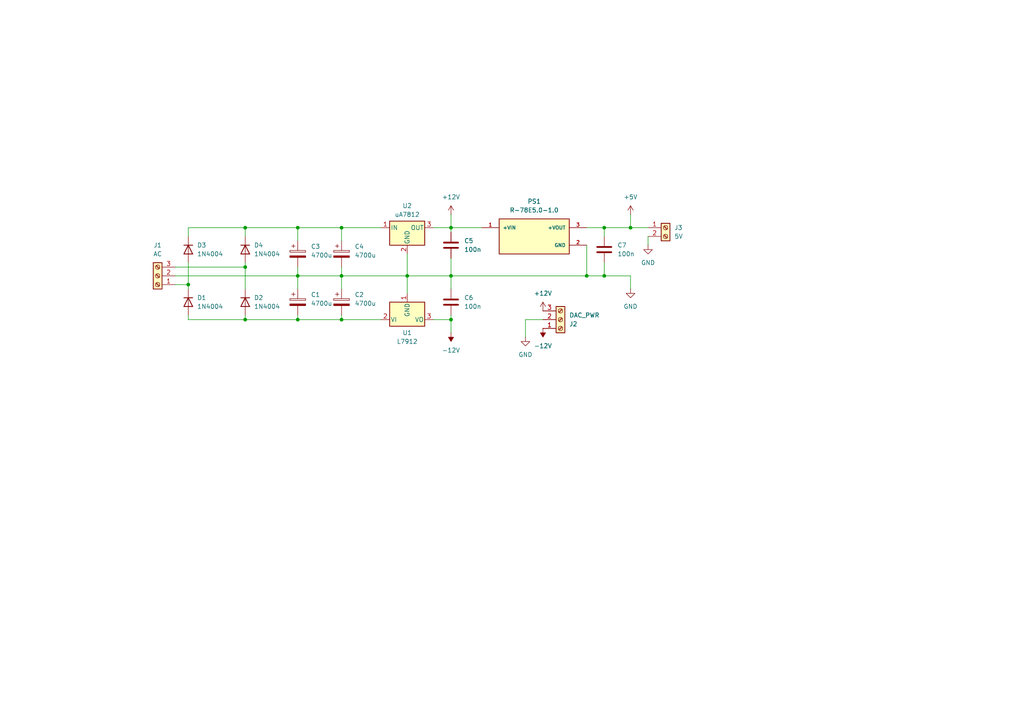
<source format=kicad_sch>
(kicad_sch (version 20250114) (generator "eeschema") (generator_version "9.0")
  (paper "A4")
  (lib_symbols
    (symbol "Connector:Screw_Terminal_01x02" (pin_names (offset 1.016) (hide yes))
      (property "Reference" "J" (at 0 2.54 0))
      (property "Value" "Screw_Terminal_01x02" (at 0 -5.08 0))
      (symbol "Screw_Terminal_01x02_1_1"
        (rectangle (start -1.27 1.27) (end 1.27 -3.81) (stroke (width 0.254)) (fill (type background)))
        (polyline (pts (xy -0.5334 0.3302) (xy 0.3302 -0.508)) (stroke (width 0.1524)))
        (polyline (pts (xy -0.5334 -2.2098) (xy 0.3302 -3.048)) (stroke (width 0.1524)))
        (polyline (pts (xy -0.3556 0.508) (xy 0.508 -0.3302)) (stroke (width 0.1524)))
        (polyline (pts (xy -0.3556 -2.032) (xy 0.508 -2.8702)) (stroke (width 0.1524)))
        (circle (center 0 0) (radius 0.635) (stroke (width 0.1524)))
        (circle (center 0 -2.54) (radius 0.635) (stroke (width 0.1524)))
        (pin passive line (at -5.08 0 0) (length 3.81) (name "Pin_1") (number "1"))
        (pin passive line (at -5.08 -2.54 0) (length 3.81) (name "Pin_2") (number "2"))
      )
    )
    (symbol "Connector:Screw_Terminal_01x03" (pin_names (offset 1.016) (hide yes))
      (property "Reference" "J" (at 0 5.08 0))
      (property "Value" "Screw_Terminal_01x03" (at 0 -5.08 0))
      (symbol "Screw_Terminal_01x03_1_1"
        (rectangle (start -1.27 3.81) (end 1.27 -3.81) (stroke (width 0.254)) (fill (type background)))
        (polyline (pts (xy -0.5334 2.8702) (xy 0.3302 2.032)) (stroke (width 0.1524)))
        (polyline (pts (xy -0.5334 0.3302) (xy 0.3302 -0.508)) (stroke (width 0.1524)))
        (polyline (pts (xy -0.5334 -2.2098) (xy 0.3302 -3.048)) (stroke (width 0.1524)))
        (polyline (pts (xy -0.3556 3.048) (xy 0.508 2.2098)) (stroke (width 0.1524)))
        (polyline (pts (xy -0.3556 0.508) (xy 0.508 -0.3302)) (stroke (width 0.1524)))
        (polyline (pts (xy -0.3556 -2.032) (xy 0.508 -2.8702)) (stroke (width 0.1524)))
        (circle (center 0 2.54) (radius 0.635) (stroke (width 0.1524)))
        (circle (center 0 0) (radius 0.635) (stroke (width 0.1524)))
        (circle (center 0 -2.54) (radius 0.635) (stroke (width 0.1524)))
        (pin passive line (at -5.08 2.54 0) (length 3.81) (name "Pin_1") (number "1"))
        (pin passive line (at -5.08 0 0) (length 3.81) (name "Pin_2") (number "2"))
        (pin passive line (at -5.08 -2.54 0) (length 3.81) (name "Pin_3") (number "3"))
      )
    )
    (symbol "Device:C" (pin_numbers (hide yes)) (pin_names (offset 0.254))
      (property "Reference" "C" (at 0.635 2.54 0))
      (property "Value" "C" (at 0.635 -2.54 0))
      (symbol "C_0_1"
        (polyline (pts (xy -2.032 0.762) (xy 2.032 0.762)) (stroke (width 0.508)))
        (polyline (pts (xy -2.032 -0.762) (xy 2.032 -0.762)) (stroke (width 0.508)))
      )
      (symbol "C_1_1"
        (pin passive line (at 0 3.81 270) (length 2.794) (name "~") (number "1"))
        (pin passive line (at 0 -3.81 90) (length 2.794) (name "~") (number "2"))
      )
    )
    (symbol "Device:C_Polarized" (pin_numbers (hide yes)) (pin_names (offset 0.254))
      (property "Reference" "C" (at 0.635 2.54 0))
      (property "Value" "C_Polarized" (at 0.635 -2.54 0))
      (symbol "C_Polarized_0_1"
        (rectangle (start -2.286 0.508) (end 2.286 1.016))
        (polyline (pts (xy -1.778 2.286) (xy -0.762 2.286)))
        (polyline (pts (xy -1.27 2.794) (xy -1.27 1.778)))
        (rectangle (start 2.286 -0.508) (end -2.286 -1.016) (fill (type outline)))
      )
      (symbol "C_Polarized_1_1"
        (pin passive line (at 0 3.81 270) (length 2.794) (name "~") (number "1"))
        (pin passive line (at 0 -3.81 90) (length 2.794) (name "~") (number "2"))
      )
    )
    (symbol "Diode:1N4004" (pin_numbers (hide yes)) (pin_names (hide yes))
      (property "Reference" "D" (at 0 2.54 0))
      (property "Value" "1N4004" (at 0 -2.54 0))
      (symbol "1N4004_0_1"
        (polyline (pts (xy -1.27 1.27) (xy -1.27 -1.27)) (stroke (width 0.254)))
        (polyline (pts (xy 1.27 1.27) (xy 1.27 -1.27) (xy -1.27 0) (xy 1.27 1.27)) (stroke (width 0.254)))
        (polyline (pts (xy 1.27 0) (xy -1.27 0)))
      )
      (symbol "1N4004_1_1"
        (pin passive line (at -3.81 0 0) (length 2.54) (name "K") (number "1"))
        (pin passive line (at 3.81 0 180) (length 2.54) (name "A") (number "2"))
      )
    )
    (symbol "Regulator_Linear:L7912" (pin_names (offset 0.254))
      (property "Reference" "U" (at -3.81 -3.175 0))
      (property "Value" "L7912" (at 0 -3.175 0))
      (symbol "L7912_0_1"
        (rectangle (start -5.08 5.08) (end 5.08 -1.905) (stroke (width 0.254)) (fill (type background)))
      )
      (symbol "L7912_1_1"
        (pin power_in line (at -7.62 0 0) (length 2.54) (name "VI") (number "2"))
        (pin power_in line (at 0 7.62 270) (length 2.54) (name "GND") (number "1"))
        (pin power_out line (at 7.62 0 180) (length 2.54) (name "VO") (number "3"))
      )
    )
    (symbol "Regulator_Linear:uA7812" (pin_names (offset 0.254))
      (property "Reference" "U" (at -3.81 3.175 0))
      (property "Value" "uA7812" (at 0 3.175 0))
      (symbol "uA7812_0_1"
        (rectangle (start -5.08 1.905) (end 5.08 -5.08) (stroke (width 0.254)) (fill (type background)))
      )
      (symbol "uA7812_1_1"
        (pin power_in line (at -7.62 0 0) (length 2.54) (name "IN") (number "1"))
        (pin power_in line (at 0 -7.62 90) (length 2.54) (name "GND") (number "2"))
        (pin power_out line (at 7.62 0 180) (length 2.54) (name "OUT") (number "3"))
      )
    )
    (symbol "custom:R-78E5.0-1.0" (pin_names (offset 1.016))
      (property "Reference" "PS" (at -10.1639 6.3579 0))
      (property "Value" "R-78E5.0-1.0" (at -10.1614 -7.6227 0))
      (symbol "R-78E5.0-1.0_0_0"
        (rectangle (start -10.16 -5.08) (end 10.16 5.08) (stroke (width 0.254)) (fill (type background)))
        (pin input line (at -15.24 2.54 0) (length 5.08) (name "+VIN") (number "1"))
        (pin output line (at 15.24 2.54 180) (length 5.08) (name "+VOUT") (number "3"))
        (pin power_in line (at 15.24 -2.54 180) (length 5.08) (name "GND") (number "2"))
      )
    )
    (symbol "power:+12V" (power) (pin_numbers (hide yes)) (pin_names (offset 0) (hide yes))
      (property "Value" "+12V" (at 0 3.556 0))
      (symbol "+12V_0_1"
        (polyline (pts (xy -0.762 1.27) (xy 0 2.54)))
        (polyline (pts (xy 0 2.54) (xy 0.762 1.27)))
        (polyline (pts (xy 0 0) (xy 0 2.54)))
      )
      (symbol "+12V_1_1"
        (pin power_in line (at 0 0 90) (length 0) (name "~") (number "1"))
      )
    )
    (symbol "power:+5V" (power) (pin_numbers (hide yes)) (pin_names (offset 0) (hide yes))
      (property "Value" "+5V" (at 0 3.556 0))
      (symbol "+5V_0_1"
        (polyline (pts (xy -0.762 1.27) (xy 0 2.54)))
        (polyline (pts (xy 0 2.54) (xy 0.762 1.27)))
        (polyline (pts (xy 0 0) (xy 0 2.54)))
      )
      (symbol "+5V_1_1"
        (pin power_in line (at 0 0 90) (length 0) (name "~") (number "1"))
      )
    )
    (symbol "power:-12V" (power) (pin_numbers (hide yes)) (pin_names (offset 0) (hide yes))
      (property "Value" "-12V" (at 0 3.556 0))
      (symbol "-12V_0_0"
        (pin power_in line (at 0 0 90) (length 0) (name "~") (number "1"))
      )
      (symbol "-12V_0_1"
        (polyline (pts (xy 0 0) (xy 0 1.27) (xy 0.762 1.27) (xy 0 2.54) (xy -0.762 1.27) (xy 0 1.27)) (fill (type outline)))
      )
    )
    (symbol "power:GND" (power) (pin_numbers (hide yes)) (pin_names (offset 0) (hide yes))
      (property "Value" "GND" (at 0 -3.81 0))
      (symbol "GND_0_1"
        (polyline (pts (xy 0 0) (xy 0 -1.27) (xy 1.27 -1.27) (xy 0 -2.54) (xy -1.27 -1.27) (xy 0 -1.27)))
      )
      (symbol "GND_1_1"
        (pin power_in line (at 0 0 270) (length 0) (name "~") (number "1"))
      )
    )
  )
  (junction (at 175.26 80.01))
  (junction (at 130.81 66.04))
  (junction (at 130.81 80.01))
  (junction (at 86.36 66.04))
  (junction (at 71.12 77.47))
  (junction (at 99.06 92.71))
  (junction (at 170.18 80.01))
  (junction (at 99.06 80.01))
  (junction (at 182.88 66.04))
  (junction (at 118.11 80.01))
  (junction (at 54.61 82.55))
  (junction (at 175.26 66.04))
  (junction (at 86.36 92.71))
  (junction (at 71.12 92.71))
  (junction (at 99.06 66.04))
  (junction (at 130.81 92.71))
  (junction (at 71.12 66.04))
  (junction (at 86.36 80.01))
  (wire (pts (xy 50.8 80.01) (xy 86.36 80.01)))
  (wire (pts (xy 71.12 77.47) (xy 71.12 83.82)))
  (wire (pts (xy 86.36 66.04) (xy 99.06 66.04)))
  (wire (pts (xy 175.26 66.04) (xy 175.26 68.58)))
  (wire (pts (xy 130.81 62.23) (xy 130.81 66.04)))
  (wire (pts (xy 130.81 66.04) (xy 130.81 67.31)))
  (wire (pts (xy 71.12 91.44) (xy 71.12 92.71)))
  (wire (pts (xy 175.26 80.01) (xy 182.88 80.01)))
  (wire (pts (xy 54.61 66.04) (xy 71.12 66.04)))
  (wire (pts (xy 50.8 77.47) (xy 71.12 77.47)))
  (wire (pts (xy 99.06 92.71) (xy 110.49 92.71)))
  (wire (pts (xy 54.61 92.71) (xy 71.12 92.71)))
  (wire (pts (xy 99.06 66.04) (xy 99.06 69.85)))
  (wire (pts (xy 71.12 92.71) (xy 86.36 92.71)))
  (wire (pts (xy 99.06 77.47) (xy 99.06 80.01)))
  (wire (pts (xy 99.06 66.04) (xy 110.49 66.04)))
  (wire (pts (xy 86.36 77.47) (xy 86.36 80.01)))
  (wire (pts (xy 170.18 80.01) (xy 175.26 80.01)))
  (wire (pts (xy 99.06 80.01) (xy 99.06 83.82)))
  (wire (pts (xy 86.36 66.04) (xy 86.36 69.85)))
  (wire (pts (xy 54.61 76.2) (xy 54.61 82.55)))
  (wire (pts (xy 182.88 62.23) (xy 182.88 66.04)))
  (wire (pts (xy 86.36 80.01) (xy 99.06 80.01)))
  (wire (pts (xy 118.11 73.66) (xy 118.11 80.01)))
  (wire (pts (xy 125.73 92.71) (xy 130.81 92.71)))
  (wire (pts (xy 99.06 91.44) (xy 99.06 92.71)))
  (wire (pts (xy 118.11 80.01) (xy 118.11 85.09)))
  (wire (pts (xy 86.36 91.44) (xy 86.36 92.71)))
  (wire (pts (xy 130.81 80.01) (xy 130.81 83.82)))
  (wire (pts (xy 118.11 80.01) (xy 130.81 80.01)))
  (wire (pts (xy 130.81 66.04) (xy 139.7 66.04)))
  (wire (pts (xy 130.81 92.71) (xy 130.81 96.52)))
  (wire (pts (xy 152.4 92.71) (xy 152.4 97.79)))
  (wire (pts (xy 182.88 66.04) (xy 187.96 66.04)))
  (wire (pts (xy 71.12 76.2) (xy 71.12 77.47)))
  (wire (pts (xy 125.73 66.04) (xy 130.81 66.04)))
  (wire (pts (xy 175.26 76.2) (xy 175.26 80.01)))
  (wire (pts (xy 170.18 66.04) (xy 175.26 66.04)))
  (wire (pts (xy 182.88 80.01) (xy 182.88 83.82)))
  (wire (pts (xy 54.61 66.04) (xy 54.61 68.58)))
  (wire (pts (xy 152.4 92.71) (xy 157.48 92.71)))
  (wire (pts (xy 50.8 82.55) (xy 54.61 82.55)))
  (wire (pts (xy 130.81 91.44) (xy 130.81 92.71)))
  (wire (pts (xy 71.12 66.04) (xy 86.36 66.04)))
  (wire (pts (xy 130.81 74.93) (xy 130.81 80.01)))
  (wire (pts (xy 54.61 91.44) (xy 54.61 92.71)))
  (wire (pts (xy 130.81 80.01) (xy 170.18 80.01)))
  (wire (pts (xy 86.36 80.01) (xy 86.36 83.82)))
  (wire (pts (xy 71.12 66.04) (xy 71.12 68.58)))
  (wire (pts (xy 54.61 83.82) (xy 54.61 82.55)))
  (wire (pts (xy 170.18 71.12) (xy 170.18 80.01)))
  (wire (pts (xy 187.96 68.58) (xy 187.96 71.12)))
  (wire (pts (xy 99.06 80.01) (xy 118.11 80.01)))
  (wire (pts (xy 86.36 92.71) (xy 99.06 92.71)))
  (wire (pts (xy 175.26 66.04) (xy 182.88 66.04)))
  (symbol (lib_id "Diode:1N4004") (at 71.12 72.39 270) (unit 1)
    (property "Reference" "D4" (at 73.66 71.1199 90) (effects (justify left)))
    (property "Value" "1N4004" (at 73.66 73.6599 90) (effects (justify left)))
    (property "Footprint" "Diode_THT:D_DO-41_SOD81_P10.16mm_Horizontal" (effects (hide yes)))
    (property "Datasheet" "http://www.vishay.com/docs/88503/1n4001.pdf" (effects (hide yes)))
    (property "Description" "400V 1A General Purpose Rectifier Diode, DO-41" (effects (hide yes)))
    (property "Sim.Device" "D" (effects (hide yes)))
    (property "Sim.Pins" "1=K 2=A" (effects (hide yes)))
  )
  (symbol (lib_id "Connector:Screw_Terminal_01x02") (at 193.04 66.04 0) (unit 1)
    (property "Reference" "J3" (at 195.58 66.0399 0) (effects (justify left)))
    (property "Value" "5V" (at 195.58 68.5799 0) (effects (justify left)))
    (property "Footprint" "TerminalBlock_Phoenix:TerminalBlock_Phoenix_MPT-0,5-2-2.54_1x02_P2.54mm_Horizontal" (effects (hide yes)))
    (property "Description" "Generic screw terminal, single row, 01x02, script generated (kicad-library-utils/schlib/autogen/connector/)" (effects (hide yes)))
  )
  (symbol (lib_id "Device:C") (at 175.26 72.39 0) (unit 1)
    (property "Reference" "C7" (at 179.07 71.1199 0) (effects (justify left)))
    (property "Value" "100n" (at 179.07 73.6599 0) (effects (justify left)))
    (property "Footprint" "Capacitor_THT:C_Disc_D5.0mm_W2.5mm_P5.00mm" (effects (hide yes)))
    (property "Description" "Unpolarized capacitor" (effects (hide yes)))
  )
  (symbol (lib_id "Regulator_Linear:L7912") (at 118.11 92.71 0) (unit 1)
    (property "Reference" "U1" (at 118.11 96.52 0))
    (property "Value" "L7912" (at 118.11 99.06 0))
    (property "Footprint" "Package_TO_SOT_THT:TO-220-3_Vertical" (effects (hide yes)))
    (property "Datasheet" "http://www.st.com/content/ccc/resource/technical/document/datasheet/c9/16/86/41/c7/2b/45/f2/CD00000450.pdf/files/CD00000450.pdf/jcr:content/translations/en.CD00000450.pdf" (effects (hide yes)))
    (property "Description" "Negative 1.5A 35V Linear Regulator, Fixed Output -12V, TO-220/TO-263" (effects (hide yes)))
  )
  (symbol (lib_id "power:+12V") (at 157.48 90.17 0) (unit 1)
    (property "Reference" "#PWR07" (effects (hide yes)))
    (property "Value" "+12V" (at 157.48 85.09 0))
    (property "Description" "Power symbol creates a global label with name \"+12V\"" (effects (hide yes)))
  )
  (symbol (lib_id "Device:C") (at 130.81 87.63 0) (unit 1)
    (property "Reference" "C6" (at 134.62 86.3599 0) (effects (justify left)))
    (property "Value" "100n" (at 134.62 88.8999 0) (effects (justify left)))
    (property "Footprint" "Capacitor_THT:C_Disc_D5.0mm_W2.5mm_P5.00mm" (effects (hide yes)))
    (property "Description" "Unpolarized capacitor" (effects (hide yes)))
  )
  (symbol (lib_id "Device:C_Polarized") (at 99.06 87.63 0) (unit 1)
    (property "Reference" "C2" (at 102.87 85.4709 0) (effects (justify left)))
    (property "Value" "4700u" (at 102.87 88.0109 0) (effects (justify left)))
    (property "Footprint" "Capacitor_THT:CP_Radial_D16.0mm_P7.50mm" (effects (hide yes)))
    (property "Description" "Polarized capacitor" (effects (hide yes)))
  )
  (symbol (lib_id "custom:R-78E5.0-1.0") (at 154.94 68.58 0) (unit 1)
    (property "Reference" "PS1" (at 154.94 58.42 0))
    (property "Value" "R-78E5.0-1.0" (at 154.94 60.96 0))
    (property "Footprint" "custom:CONV_R-78E5.0-1.0" (effects (hide yes)))
    (property "MF" "Recom Power" (effects (hide yes)))
    (property "MAXIMUM_PACKAGE_HEIGHT" "10.40mm" (effects (hide yes)))
    (property "Package" "SIP-3 Recom Power" (effects (hide yes)))
    (property "Price" "None" (effects (hide yes)))
    (property "Check_prices" "https://www.snapeda.com/parts/R-78E5.0-1.0/Recom+Power/view-part/?ref=eda" (effects (hide yes)))
    (property "STANDARD" "Manufacturer Recommendations" (effects (hide yes)))
    (property "PARTREV" "6" (effects (hide yes)))
    (property "SnapEDA_Link" "https://www.snapeda.com/parts/R-78E5.0-1.0/Recom+Power/view-part/?ref=snap" (effects (hide yes)))
    (property "MP" "R-78E5.0-1.0" (effects (hide yes)))
    (property "Purchase-URL" "https://www.snapeda.com/api/url_track_click_mouser/?unipart_id=557753&manufacturer=Recom Power&part_name=R-78E5.0-1.0&search_term=None" (effects (hide yes)))
    (property "Description_1" "DC-DC Converter, SIP3 reg, Single Output, 1A, 5V Out, R-78E Series | RECOM Power Inc. R-78E5.0-1.0" (effects (hide yes)))
    (property "Availability" "In Stock" (effects (hide yes)))
    (property "MANUFACTURER" "RECOM" (effects (hide yes)))
  )
  (symbol (lib_id "power:GND") (at 182.88 83.82 0) (unit 1)
    (property "Reference" "#PWR04" (effects (hide yes)))
    (property "Value" "GND" (at 182.88 88.9 0))
    (property "Description" "Power symbol creates a global label with name \"GND\" , ground" (effects (hide yes)))
  )
  (symbol (lib_id "Connector:Screw_Terminal_01x03") (at 162.56 92.71 0) (mirror x) (unit 1)
    (property "Reference" "J2" (at 165.1 93.9801 0) (effects (justify left)))
    (property "Value" "DAC_PWR" (at 165.1 91.4401 0) (effects (justify left)))
    (property "Footprint" "TerminalBlock_Phoenix:TerminalBlock_Phoenix_MPT-0,5-3-2.54_1x03_P2.54mm_Horizontal" (effects (hide yes)))
    (property "Description" "Generic screw terminal, single row, 01x03, script generated (kicad-library-utils/schlib/autogen/connector/)" (effects (hide yes)))
  )
  (symbol (lib_id "power:GND") (at 152.4 97.79 0) (unit 1)
    (property "Reference" "#PWR05" (effects (hide yes)))
    (property "Value" "GND" (at 152.4 102.87 0))
    (property "Description" "Power symbol creates a global label with name \"GND\" , ground" (effects (hide yes)))
  )
  (symbol (lib_id "Device:C_Polarized") (at 86.36 73.66 0) (unit 1)
    (property "Reference" "C3" (at 90.17 71.5009 0) (effects (justify left)))
    (property "Value" "4700u" (at 90.17 74.0409 0) (effects (justify left)))
    (property "Footprint" "Capacitor_THT:CP_Radial_D16.0mm_P7.50mm" (effects (hide yes)))
    (property "Description" "Polarized capacitor" (effects (hide yes)))
  )
  (symbol (lib_id "Device:C_Polarized") (at 86.36 87.63 0) (unit 1)
    (property "Reference" "C1" (at 90.17 85.4709 0) (effects (justify left)))
    (property "Value" "4700u" (at 90.17 88.0109 0) (effects (justify left)))
    (property "Footprint" "Capacitor_THT:CP_Radial_D16.0mm_P7.50mm" (effects (hide yes)))
    (property "Description" "Polarized capacitor" (effects (hide yes)))
  )
  (symbol (lib_id "Connector:Screw_Terminal_01x03") (at 45.72 80.01 180) (unit 1)
    (property "Reference" "J1" (at 45.72 71.12 0))
    (property "Value" "AC" (at 45.72 73.66 0))
    (property "Footprint" "TerminalBlock_Phoenix:TerminalBlock_Phoenix_MPT-0,5-3-2.54_1x03_P2.54mm_Horizontal" (effects (hide yes)))
    (property "Description" "Generic screw terminal, single row, 01x03, script generated (kicad-library-utils/schlib/autogen/connector/)" (effects (hide yes)))
  )
  (symbol (lib_id "Diode:1N4004") (at 54.61 72.39 270) (unit 1)
    (property "Reference" "D3" (at 57.15 71.1199 90) (effects (justify left)))
    (property "Value" "1N4004" (at 57.15 73.6599 90) (effects (justify left)))
    (property "Footprint" "Diode_THT:D_DO-41_SOD81_P10.16mm_Horizontal" (effects (hide yes)))
    (property "Datasheet" "http://www.vishay.com/docs/88503/1n4001.pdf" (effects (hide yes)))
    (property "Description" "400V 1A General Purpose Rectifier Diode, DO-41" (effects (hide yes)))
    (property "Sim.Device" "D" (effects (hide yes)))
    (property "Sim.Pins" "1=K 2=A" (effects (hide yes)))
  )
  (symbol (lib_id "power:+12V") (at 130.81 62.23 0) (unit 1)
    (property "Reference" "#PWR01" (effects (hide yes)))
    (property "Value" "+12V" (at 130.81 57.15 0))
    (property "Description" "Power symbol creates a global label with name \"+12V\"" (effects (hide yes)))
  )
  (symbol (lib_id "Regulator_Linear:uA7812") (at 118.11 66.04 0) (unit 1)
    (property "Reference" "U2" (at 118.11 59.69 0))
    (property "Value" "uA7812" (at 118.11 62.23 0))
    (property "Footprint" "Package_TO_SOT_THT:TO-220-3_Vertical" (effects (hide yes)))
    (property "Datasheet" "http://www.ti.com/lit/ds/symlink/ua78.pdf" (effects (hide yes)))
    (property "Description" "Positive 1A 35V Linear Regulator, Fixed Output 12V, TO-220/TO-263" (effects (hide yes)))
  )
  (symbol (lib_id "power:+5V") (at 182.88 62.23 0) (unit 1)
    (property "Reference" "#PWR03" (effects (hide yes)))
    (property "Value" "+5V" (at 182.88 57.15 0))
    (property "Description" "Power symbol creates a global label with name \"+5V\"" (effects (hide yes)))
  )
  (symbol (lib_id "Device:C") (at 130.81 71.12 0) (unit 1)
    (property "Reference" "C5" (at 134.62 69.8499 0) (effects (justify left)))
    (property "Value" "100n" (at 134.62 72.3899 0) (effects (justify left)))
    (property "Footprint" "Capacitor_THT:C_Disc_D5.0mm_W2.5mm_P5.00mm" (effects (hide yes)))
    (property "Description" "Unpolarized capacitor" (effects (hide yes)))
  )
  (symbol (lib_id "power:GND") (at 187.96 71.12 0) (unit 1)
    (property "Reference" "#PWR08" (effects (hide yes)))
    (property "Value" "GND" (at 187.96 76.2 0))
    (property "Description" "Power symbol creates a global label with name \"GND\" , ground" (effects (hide yes)))
  )
  (symbol (lib_id "power:-12V") (at 130.81 96.52 180) (unit 1)
    (property "Reference" "#PWR02" (effects (hide yes)))
    (property "Value" "-12V" (at 130.81 101.6 0))
    (property "Description" "Power symbol creates a global label with name \"-12V\"" (effects (hide yes)))
  )
  (symbol (lib_id "Diode:1N4004") (at 71.12 87.63 270) (unit 1)
    (property "Reference" "D2" (at 73.66 86.3599 90) (effects (justify left)))
    (property "Value" "1N4004" (at 73.66 88.8999 90) (effects (justify left)))
    (property "Footprint" "Diode_THT:D_DO-41_SOD81_P10.16mm_Horizontal" (effects (hide yes)))
    (property "Datasheet" "http://www.vishay.com/docs/88503/1n4001.pdf" (effects (hide yes)))
    (property "Description" "400V 1A General Purpose Rectifier Diode, DO-41" (effects (hide yes)))
    (property "Sim.Device" "D" (effects (hide yes)))
    (property "Sim.Pins" "1=K 2=A" (effects (hide yes)))
  )
  (symbol (lib_id "power:-12V") (at 157.48 95.25 180) (unit 1)
    (property "Reference" "#PWR06" (effects (hide yes)))
    (property "Value" "-12V" (at 157.48 100.33 0))
    (property "Description" "Power symbol creates a global label with name \"-12V\"" (effects (hide yes)))
  )
  (symbol (lib_id "Device:C_Polarized") (at 99.06 73.66 0) (unit 1)
    (property "Reference" "C4" (at 102.87 71.5009 0) (effects (justify left)))
    (property "Value" "4700u" (at 102.87 74.0409 0) (effects (justify left)))
    (property "Footprint" "Capacitor_THT:CP_Radial_D16.0mm_P7.50mm" (effects (hide yes)))
    (property "Description" "Polarized capacitor" (effects (hide yes)))
  )
  (symbol (lib_id "Diode:1N4004") (at 54.61 87.63 270) (unit 1)
    (property "Reference" "D1" (at 57.15 86.3599 90) (effects (justify left)))
    (property "Value" "1N4004" (at 57.15 88.8999 90) (effects (justify left)))
    (property "Footprint" "Diode_THT:D_DO-41_SOD81_P10.16mm_Horizontal" (effects (hide yes)))
    (property "Datasheet" "http://www.vishay.com/docs/88503/1n4001.pdf" (effects (hide yes)))
    (property "Description" "400V 1A General Purpose Rectifier Diode, DO-41" (effects (hide yes)))
    (property "Sim.Device" "D" (effects (hide yes)))
    (property "Sim.Pins" "1=K 2=A" (effects (hide yes)))
  )
)
</source>
